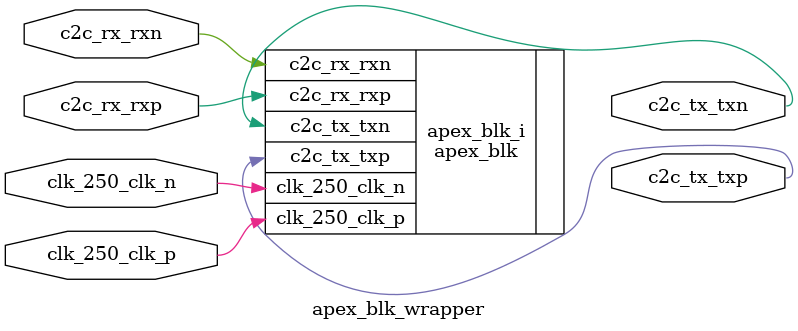
<source format=v>
`timescale 1 ps / 1 ps

module apex_blk_wrapper
   (c2c_rx_rxn,
    c2c_rx_rxp,
    c2c_tx_txn,
    c2c_tx_txp,
    clk_250_clk_n,
    clk_250_clk_p);
  input [0:0]c2c_rx_rxn;
  input [0:0]c2c_rx_rxp;
  output [0:0]c2c_tx_txn;
  output [0:0]c2c_tx_txp;
  input [0:0]clk_250_clk_n;
  input [0:0]clk_250_clk_p;

  wire [0:0]c2c_rx_rxn;
  wire [0:0]c2c_rx_rxp;
  wire [0:0]c2c_tx_txn;
  wire [0:0]c2c_tx_txp;
  wire [0:0]clk_250_clk_n;
  wire [0:0]clk_250_clk_p;

  apex_blk apex_blk_i
       (.c2c_rx_rxn(c2c_rx_rxn),
        .c2c_rx_rxp(c2c_rx_rxp),
        .c2c_tx_txn(c2c_tx_txn),
        .c2c_tx_txp(c2c_tx_txp),
        .clk_250_clk_n(clk_250_clk_n),
        .clk_250_clk_p(clk_250_clk_p));
endmodule

</source>
